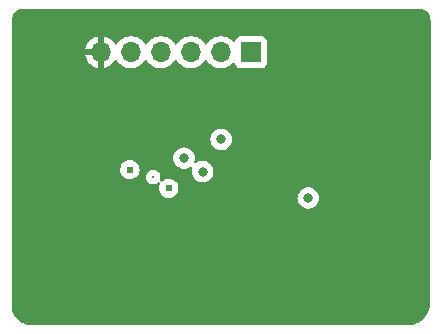
<source format=gbr>
%TF.GenerationSoftware,KiCad,Pcbnew,(6.0.7)*%
%TF.CreationDate,2023-01-24T00:42:55-08:00*%
%TF.ProjectId,Sensors,53656e73-6f72-4732-9e6b-696361645f70,rev?*%
%TF.SameCoordinates,Original*%
%TF.FileFunction,Copper,L3,Inr*%
%TF.FilePolarity,Positive*%
%FSLAX46Y46*%
G04 Gerber Fmt 4.6, Leading zero omitted, Abs format (unit mm)*
G04 Created by KiCad (PCBNEW (6.0.7)) date 2023-01-24 00:42:55*
%MOMM*%
%LPD*%
G01*
G04 APERTURE LIST*
%TA.AperFunction,ComponentPad*%
%ADD10R,1.700000X1.700000*%
%TD*%
%TA.AperFunction,ComponentPad*%
%ADD11O,1.700000X1.700000*%
%TD*%
%TA.AperFunction,ViaPad*%
%ADD12C,0.800000*%
%TD*%
%TA.AperFunction,ViaPad*%
%ADD13C,0.609600*%
%TD*%
%TA.AperFunction,ViaPad*%
%ADD14C,0.203200*%
%TD*%
G04 APERTURE END LIST*
D10*
%TO.N,Net-(U01-Pad13)*%
%TO.C,J1*%
X106778163Y-49513787D03*
D11*
%TO.N,Net-(U01-Pad14)*%
X104238163Y-49513787D03*
%TO.N,Net-(U01-Pad3)*%
X101698163Y-49513787D03*
%TO.N,Net-(U01-Pad2)*%
X99158163Y-49513787D03*
%TO.N,GND*%
X96618163Y-49513787D03*
%TO.N,3.3V*%
X94078163Y-49513787D03*
%TD*%
D12*
%TO.N,Net-(U01-Pad3)*%
X102697104Y-59624420D03*
%TO.N,Net-(U01-Pad2)*%
X101116641Y-58476961D03*
%TO.N,GND*%
X104255917Y-56896498D03*
%TO.N,3.3V*%
X106435814Y-61829107D03*
X113400556Y-57614340D03*
%TO.N,GND*%
X111631856Y-61857974D03*
D13*
%TO.N,3.3V*%
X96636712Y-60617584D03*
X97155398Y-58228121D03*
%TO.N,GND*%
X99826028Y-61033766D03*
X96535725Y-59454438D03*
D14*
%TO.N,Net-(U01-Pad2)*%
X98498057Y-60088459D03*
%TD*%
%TA.AperFunction,Conductor*%
%TO.N,3.3V*%
G36*
X121175525Y-45845844D02*
G01*
X121315373Y-45869293D01*
X121338150Y-45875347D01*
X121471199Y-45924436D01*
X121492442Y-45934623D01*
X121607764Y-46003874D01*
X121614015Y-46007628D01*
X121632998Y-46021599D01*
X121738845Y-46115968D01*
X121754893Y-46133229D01*
X121841314Y-46245659D01*
X121853867Y-46265608D01*
X121917835Y-46392163D01*
X121926450Y-46414090D01*
X121965736Y-46550364D01*
X121970115Y-46573512D01*
X121980655Y-46686094D01*
X121980155Y-46702355D01*
X121980735Y-46702362D01*
X121980622Y-46711340D01*
X121979238Y-46720209D01*
X121980399Y-46729109D01*
X121980399Y-46729110D01*
X121983330Y-46751582D01*
X121984388Y-46767997D01*
X121961940Y-70774387D01*
X121960649Y-70785662D01*
X121961322Y-70785720D01*
X121960554Y-70794665D01*
X121958527Y-70803407D01*
X121959483Y-70820280D01*
X121958517Y-70844516D01*
X121930452Y-71049239D01*
X121927325Y-71064742D01*
X121866885Y-71290272D01*
X121861841Y-71305261D01*
X121773619Y-71521457D01*
X121766736Y-71535697D01*
X121652129Y-71739131D01*
X121643517Y-71752396D01*
X121504323Y-71939876D01*
X121494117Y-71951957D01*
X121332539Y-72120518D01*
X121320899Y-72131226D01*
X121139474Y-72278221D01*
X121126590Y-72287384D01*
X120928169Y-72410500D01*
X120914247Y-72417971D01*
X120873754Y-72436529D01*
X120701969Y-72515258D01*
X120687207Y-72520931D01*
X120522208Y-72572720D01*
X120484554Y-72578503D01*
X107926426Y-72586182D01*
X88185368Y-72598254D01*
X88163751Y-72596399D01*
X88145795Y-72593283D01*
X88130665Y-72594995D01*
X88105216Y-72595287D01*
X87910707Y-72577792D01*
X87892742Y-72574856D01*
X87678244Y-72523637D01*
X87660881Y-72518137D01*
X87456017Y-72436529D01*
X87439627Y-72428583D01*
X87248681Y-72318296D01*
X87233608Y-72308070D01*
X87060555Y-72171401D01*
X87047113Y-72159108D01*
X87020738Y-72131226D01*
X86895568Y-71998908D01*
X86884040Y-71984805D01*
X86757183Y-71804439D01*
X86747808Y-71788821D01*
X86648280Y-71592041D01*
X86641256Y-71575236D01*
X86571142Y-71366166D01*
X86566614Y-71348523D01*
X86533109Y-71163226D01*
X86531988Y-71146135D01*
X86531972Y-71146137D01*
X86531127Y-71137204D01*
X86531557Y-71128233D01*
X86529452Y-71119501D01*
X86529225Y-71117105D01*
X86528665Y-71105140D01*
X86528702Y-71057082D01*
X86535675Y-61857974D01*
X110718352Y-61857974D01*
X110738314Y-62047902D01*
X110797329Y-62229530D01*
X110892816Y-62394918D01*
X111020603Y-62536840D01*
X111175104Y-62649092D01*
X111181132Y-62651776D01*
X111181134Y-62651777D01*
X111343537Y-62724083D01*
X111349568Y-62726768D01*
X111442969Y-62746621D01*
X111529912Y-62765102D01*
X111529917Y-62765102D01*
X111536369Y-62766474D01*
X111727343Y-62766474D01*
X111733795Y-62765102D01*
X111733800Y-62765102D01*
X111820743Y-62746621D01*
X111914144Y-62726768D01*
X111920175Y-62724083D01*
X112082578Y-62651777D01*
X112082580Y-62651776D01*
X112088608Y-62649092D01*
X112243109Y-62536840D01*
X112370896Y-62394918D01*
X112466383Y-62229530D01*
X112525398Y-62047902D01*
X112545360Y-61857974D01*
X112535773Y-61766756D01*
X112526088Y-61674609D01*
X112526088Y-61674607D01*
X112525398Y-61668046D01*
X112466383Y-61486418D01*
X112370896Y-61321030D01*
X112243109Y-61179108D01*
X112088608Y-61066856D01*
X112082580Y-61064172D01*
X112082578Y-61064171D01*
X111920175Y-60991865D01*
X111920174Y-60991865D01*
X111914144Y-60989180D01*
X111820743Y-60969327D01*
X111733800Y-60950846D01*
X111733795Y-60950846D01*
X111727343Y-60949474D01*
X111536369Y-60949474D01*
X111529917Y-60950846D01*
X111529912Y-60950846D01*
X111442969Y-60969327D01*
X111349568Y-60989180D01*
X111343538Y-60991865D01*
X111343537Y-60991865D01*
X111181134Y-61064171D01*
X111181132Y-61064172D01*
X111175104Y-61066856D01*
X111020603Y-61179108D01*
X110892816Y-61321030D01*
X110797329Y-61486418D01*
X110738314Y-61668046D01*
X110737624Y-61674607D01*
X110737624Y-61674609D01*
X110727939Y-61766756D01*
X110718352Y-61857974D01*
X86535675Y-61857974D01*
X86537505Y-59443011D01*
X95717359Y-59443011D01*
X95718046Y-59450018D01*
X95718046Y-59450021D01*
X95724388Y-59514698D01*
X95735164Y-59624602D01*
X95792758Y-59797737D01*
X95796407Y-59803762D01*
X95876263Y-59935619D01*
X95887279Y-59953809D01*
X96014028Y-60085061D01*
X96019920Y-60088916D01*
X96019924Y-60088920D01*
X96138131Y-60166272D01*
X96166706Y-60184971D01*
X96173310Y-60187427D01*
X96173312Y-60187428D01*
X96248365Y-60215340D01*
X96337725Y-60248573D01*
X96518585Y-60272705D01*
X96525596Y-60272067D01*
X96525600Y-60272067D01*
X96665305Y-60259352D01*
X96700296Y-60256167D01*
X96706998Y-60253989D01*
X96707000Y-60253989D01*
X96867130Y-60201960D01*
X96867133Y-60201959D01*
X96873829Y-60199783D01*
X96898677Y-60184971D01*
X97024502Y-60109965D01*
X97024505Y-60109963D01*
X97030557Y-60106355D01*
X97056108Y-60082023D01*
X97883510Y-60082023D01*
X97899714Y-60228799D01*
X97950461Y-60367473D01*
X97954697Y-60373776D01*
X97954697Y-60373777D01*
X98016642Y-60465960D01*
X98032822Y-60490039D01*
X98038441Y-60495152D01*
X98038442Y-60495153D01*
X98071672Y-60525390D01*
X98142042Y-60589421D01*
X98271815Y-60659882D01*
X98414649Y-60697354D01*
X98491436Y-60698560D01*
X98554700Y-60699554D01*
X98554703Y-60699554D01*
X98562298Y-60699673D01*
X98618574Y-60686784D01*
X98698836Y-60668402D01*
X98698840Y-60668401D01*
X98706239Y-60666706D01*
X98727011Y-60656259D01*
X98831378Y-60603769D01*
X98831381Y-60603767D01*
X98838161Y-60600357D01*
X98843932Y-60595428D01*
X98843935Y-60595426D01*
X98862364Y-60579685D01*
X98880650Y-60564067D01*
X98945439Y-60535036D01*
X99015639Y-60545640D01*
X99068962Y-60592514D01*
X99088478Y-60660776D01*
X99080882Y-60702972D01*
X99032939Y-60834695D01*
X99030530Y-60841315D01*
X99007662Y-61022339D01*
X99008349Y-61029346D01*
X99008349Y-61029349D01*
X99012027Y-61066856D01*
X99025467Y-61203930D01*
X99083061Y-61377065D01*
X99177582Y-61533137D01*
X99304331Y-61664389D01*
X99310223Y-61668244D01*
X99310227Y-61668248D01*
X99451113Y-61760441D01*
X99457009Y-61764299D01*
X99463613Y-61766755D01*
X99463615Y-61766756D01*
X99542518Y-61796100D01*
X99628028Y-61827901D01*
X99808888Y-61852033D01*
X99815899Y-61851395D01*
X99815903Y-61851395D01*
X99955608Y-61838680D01*
X99990599Y-61835495D01*
X99997301Y-61833317D01*
X99997303Y-61833317D01*
X100157433Y-61781288D01*
X100157436Y-61781287D01*
X100164132Y-61779111D01*
X100188980Y-61764299D01*
X100314805Y-61689293D01*
X100314808Y-61689291D01*
X100320860Y-61685683D01*
X100392167Y-61617778D01*
X100447890Y-61564714D01*
X100447892Y-61564711D01*
X100452994Y-61559853D01*
X100553967Y-61407876D01*
X100588821Y-61316122D01*
X100616261Y-61243888D01*
X100616262Y-61243883D01*
X100618761Y-61237305D01*
X100642716Y-61066856D01*
X100643604Y-61060541D01*
X100643604Y-61060536D01*
X100644155Y-61056618D01*
X100644474Y-61033766D01*
X100624135Y-60852441D01*
X100564129Y-60680127D01*
X100480093Y-60545640D01*
X100471172Y-60531364D01*
X100467439Y-60525390D01*
X100361017Y-60418223D01*
X100343832Y-60400917D01*
X100343828Y-60400914D01*
X100338869Y-60395920D01*
X100327685Y-60388822D01*
X100266887Y-60350239D01*
X100184811Y-60298152D01*
X100066905Y-60256167D01*
X100019555Y-60239306D01*
X100019553Y-60239305D01*
X100012921Y-60236944D01*
X100005935Y-60236111D01*
X100005931Y-60236110D01*
X99876354Y-60220660D01*
X99831742Y-60215340D01*
X99824739Y-60216076D01*
X99824738Y-60216076D01*
X99778503Y-60220936D01*
X99650279Y-60234412D01*
X99643611Y-60236682D01*
X99484218Y-60290944D01*
X99484215Y-60290945D01*
X99477551Y-60293214D01*
X99322142Y-60388822D01*
X99317112Y-60393748D01*
X99317104Y-60393754D01*
X99277448Y-60432589D01*
X99214783Y-60465960D01*
X99144024Y-60460154D01*
X99087637Y-60417015D01*
X99063524Y-60350239D01*
X99072383Y-60295569D01*
X99081949Y-60271773D01*
X99091697Y-60247524D01*
X99100599Y-60184971D01*
X99111922Y-60105414D01*
X99111922Y-60105411D01*
X99112503Y-60101330D01*
X99112638Y-60088459D01*
X99094898Y-59941861D01*
X99042701Y-59803726D01*
X98959061Y-59682029D01*
X98939455Y-59664560D01*
X98901771Y-59630985D01*
X98848807Y-59583796D01*
X98841923Y-59580151D01*
X98725014Y-59518251D01*
X98725012Y-59518250D01*
X98718303Y-59514698D01*
X98671397Y-59502916D01*
X98582455Y-59480575D01*
X98582451Y-59480575D01*
X98575084Y-59478724D01*
X98567485Y-59478684D01*
X98567483Y-59478684D01*
X98505855Y-59478362D01*
X98427419Y-59477951D01*
X98420039Y-59479723D01*
X98420037Y-59479723D01*
X98291210Y-59510651D01*
X98291206Y-59510652D01*
X98283831Y-59512423D01*
X98152611Y-59580151D01*
X98146889Y-59585143D01*
X98146887Y-59585144D01*
X98071389Y-59651005D01*
X98041334Y-59677224D01*
X97956425Y-59798038D01*
X97953666Y-59805113D01*
X97953665Y-59805116D01*
X97942241Y-59834419D01*
X97902784Y-59935619D01*
X97901792Y-59943152D01*
X97901792Y-59943153D01*
X97894085Y-60001699D01*
X97883510Y-60082023D01*
X97056108Y-60082023D01*
X97101864Y-60038450D01*
X97157587Y-59985386D01*
X97157589Y-59985383D01*
X97162691Y-59980525D01*
X97263664Y-59828548D01*
X97318785Y-59683442D01*
X97325958Y-59664560D01*
X97325959Y-59664555D01*
X97328458Y-59657977D01*
X97332209Y-59631287D01*
X97353301Y-59481213D01*
X97353301Y-59481208D01*
X97353852Y-59477290D01*
X97354171Y-59454438D01*
X97333832Y-59273113D01*
X97330728Y-59264198D01*
X97292989Y-59155827D01*
X97273826Y-59100799D01*
X97177136Y-58946062D01*
X97107258Y-58875695D01*
X97053529Y-58821589D01*
X97053525Y-58821586D01*
X97048566Y-58816592D01*
X97037382Y-58809494D01*
X96989176Y-58778902D01*
X96894508Y-58718824D01*
X96766290Y-58673167D01*
X96729252Y-58659978D01*
X96729250Y-58659977D01*
X96722618Y-58657616D01*
X96715632Y-58656783D01*
X96715628Y-58656782D01*
X96586051Y-58641332D01*
X96541439Y-58636012D01*
X96534436Y-58636748D01*
X96534435Y-58636748D01*
X96488200Y-58641608D01*
X96359976Y-58655084D01*
X96353308Y-58657354D01*
X96193915Y-58711616D01*
X96193912Y-58711617D01*
X96187248Y-58713886D01*
X96031839Y-58809494D01*
X95901475Y-58937156D01*
X95802633Y-59090528D01*
X95800224Y-59097148D01*
X95800222Y-59097151D01*
X95742635Y-59255370D01*
X95740227Y-59261987D01*
X95717359Y-59443011D01*
X86537505Y-59443011D01*
X86538237Y-58476961D01*
X100203137Y-58476961D01*
X100203827Y-58483526D01*
X100222373Y-58659978D01*
X100223099Y-58666889D01*
X100282114Y-58848517D01*
X100377601Y-59013905D01*
X100382019Y-59018812D01*
X100382020Y-59018813D01*
X100500966Y-59150916D01*
X100505388Y-59155827D01*
X100568703Y-59201828D01*
X100642397Y-59255370D01*
X100659889Y-59268079D01*
X100665917Y-59270763D01*
X100665919Y-59270764D01*
X100817840Y-59338403D01*
X100834353Y-59345755D01*
X100927753Y-59365608D01*
X101014697Y-59384089D01*
X101014702Y-59384089D01*
X101021154Y-59385461D01*
X101212128Y-59385461D01*
X101218580Y-59384089D01*
X101218585Y-59384089D01*
X101305529Y-59365608D01*
X101398929Y-59345755D01*
X101415442Y-59338403D01*
X101567363Y-59270764D01*
X101567365Y-59270763D01*
X101573393Y-59268079D01*
X101631743Y-59225685D01*
X101698608Y-59201828D01*
X101767759Y-59217908D01*
X101817240Y-59268821D01*
X101831340Y-59338403D01*
X101825635Y-59366558D01*
X101803562Y-59434492D01*
X101802872Y-59441053D01*
X101802872Y-59441055D01*
X101795132Y-59514698D01*
X101783600Y-59624420D01*
X101784290Y-59630985D01*
X101802592Y-59805116D01*
X101803562Y-59814348D01*
X101862577Y-59995976D01*
X101958064Y-60161364D01*
X101962482Y-60166271D01*
X101962483Y-60166272D01*
X102081228Y-60298152D01*
X102085851Y-60303286D01*
X102240352Y-60415538D01*
X102246380Y-60418222D01*
X102246382Y-60418223D01*
X102408785Y-60490529D01*
X102414816Y-60493214D01*
X102508217Y-60513067D01*
X102595160Y-60531548D01*
X102595165Y-60531548D01*
X102601617Y-60532920D01*
X102792591Y-60532920D01*
X102799043Y-60531548D01*
X102799048Y-60531548D01*
X102885991Y-60513067D01*
X102979392Y-60493214D01*
X102985423Y-60490529D01*
X103147826Y-60418223D01*
X103147828Y-60418222D01*
X103153856Y-60415538D01*
X103308357Y-60303286D01*
X103312980Y-60298152D01*
X103431725Y-60166272D01*
X103431726Y-60166271D01*
X103436144Y-60161364D01*
X103531631Y-59995976D01*
X103590646Y-59814348D01*
X103591617Y-59805116D01*
X103609918Y-59630985D01*
X103610608Y-59624420D01*
X103599076Y-59514698D01*
X103591336Y-59441055D01*
X103591336Y-59441053D01*
X103590646Y-59434492D01*
X103531631Y-59252864D01*
X103436144Y-59087476D01*
X103369901Y-59013905D01*
X103312779Y-58950465D01*
X103312778Y-58950464D01*
X103308357Y-58945554D01*
X103153856Y-58833302D01*
X103147828Y-58830618D01*
X103147826Y-58830617D01*
X102985423Y-58758311D01*
X102985422Y-58758311D01*
X102979392Y-58755626D01*
X102881522Y-58734823D01*
X102799048Y-58717292D01*
X102799043Y-58717292D01*
X102792591Y-58715920D01*
X102601617Y-58715920D01*
X102595165Y-58717292D01*
X102595160Y-58717292D01*
X102512686Y-58734823D01*
X102414816Y-58755626D01*
X102408786Y-58758311D01*
X102408785Y-58758311D01*
X102246382Y-58830617D01*
X102246380Y-58830618D01*
X102240352Y-58833302D01*
X102182002Y-58875696D01*
X102115137Y-58899553D01*
X102045986Y-58883473D01*
X101996505Y-58832560D01*
X101982405Y-58762978D01*
X101988110Y-58734823D01*
X102008143Y-58673167D01*
X102010183Y-58666889D01*
X102010910Y-58659978D01*
X102029455Y-58483526D01*
X102030145Y-58476961D01*
X102010183Y-58287033D01*
X101951168Y-58105405D01*
X101855681Y-57940017D01*
X101734110Y-57804998D01*
X101732316Y-57803006D01*
X101732315Y-57803005D01*
X101727894Y-57798095D01*
X101573393Y-57685843D01*
X101567365Y-57683159D01*
X101567363Y-57683158D01*
X101404960Y-57610852D01*
X101404959Y-57610852D01*
X101398929Y-57608167D01*
X101305528Y-57588314D01*
X101218585Y-57569833D01*
X101218580Y-57569833D01*
X101212128Y-57568461D01*
X101021154Y-57568461D01*
X101014702Y-57569833D01*
X101014697Y-57569833D01*
X100927754Y-57588314D01*
X100834353Y-57608167D01*
X100828323Y-57610852D01*
X100828322Y-57610852D01*
X100665919Y-57683158D01*
X100665917Y-57683159D01*
X100659889Y-57685843D01*
X100505388Y-57798095D01*
X100500967Y-57803005D01*
X100500966Y-57803006D01*
X100499173Y-57804998D01*
X100377601Y-57940017D01*
X100282114Y-58105405D01*
X100223099Y-58287033D01*
X100203137Y-58476961D01*
X86538237Y-58476961D01*
X86539435Y-56896498D01*
X103342413Y-56896498D01*
X103362375Y-57086426D01*
X103421390Y-57268054D01*
X103516877Y-57433442D01*
X103521295Y-57438349D01*
X103521296Y-57438350D01*
X103639684Y-57569833D01*
X103644664Y-57575364D01*
X103799165Y-57687616D01*
X103805193Y-57690300D01*
X103805195Y-57690301D01*
X103967598Y-57762607D01*
X103973629Y-57765292D01*
X104067030Y-57785145D01*
X104153973Y-57803626D01*
X104153978Y-57803626D01*
X104160430Y-57804998D01*
X104351404Y-57804998D01*
X104357856Y-57803626D01*
X104357861Y-57803626D01*
X104444804Y-57785145D01*
X104538205Y-57765292D01*
X104544236Y-57762607D01*
X104706639Y-57690301D01*
X104706641Y-57690300D01*
X104712669Y-57687616D01*
X104867170Y-57575364D01*
X104872150Y-57569833D01*
X104990538Y-57438350D01*
X104990539Y-57438349D01*
X104994957Y-57433442D01*
X105090444Y-57268054D01*
X105149459Y-57086426D01*
X105169421Y-56896498D01*
X105149459Y-56706570D01*
X105090444Y-56524942D01*
X104994957Y-56359554D01*
X104867170Y-56217632D01*
X104712669Y-56105380D01*
X104706641Y-56102696D01*
X104706639Y-56102695D01*
X104544236Y-56030389D01*
X104544235Y-56030389D01*
X104538205Y-56027704D01*
X104444804Y-56007851D01*
X104357861Y-55989370D01*
X104357856Y-55989370D01*
X104351404Y-55987998D01*
X104160430Y-55987998D01*
X104153978Y-55989370D01*
X104153973Y-55989370D01*
X104067030Y-56007851D01*
X103973629Y-56027704D01*
X103967599Y-56030389D01*
X103967598Y-56030389D01*
X103805195Y-56102695D01*
X103805193Y-56102696D01*
X103799165Y-56105380D01*
X103644664Y-56217632D01*
X103516877Y-56359554D01*
X103421390Y-56524942D01*
X103362375Y-56706570D01*
X103342413Y-56896498D01*
X86539435Y-56896498D01*
X86544019Y-50847812D01*
X86544827Y-49781753D01*
X92746420Y-49781753D01*
X92776728Y-49916233D01*
X92779808Y-49926062D01*
X92859933Y-50123390D01*
X92864576Y-50132581D01*
X92975857Y-50314175D01*
X92981940Y-50322486D01*
X93121376Y-50483454D01*
X93128743Y-50490670D01*
X93292597Y-50626703D01*
X93301044Y-50632618D01*
X93484919Y-50740066D01*
X93494205Y-50744516D01*
X93693164Y-50820490D01*
X93703062Y-50823366D01*
X93806413Y-50844393D01*
X93820462Y-50843197D01*
X93824163Y-50832852D01*
X93824163Y-50832304D01*
X94332163Y-50832304D01*
X94336227Y-50846146D01*
X94349641Y-50848180D01*
X94356347Y-50847321D01*
X94366425Y-50845179D01*
X94570418Y-50783978D01*
X94580005Y-50780220D01*
X94771258Y-50686526D01*
X94780108Y-50681251D01*
X94953491Y-50557579D01*
X94961363Y-50550926D01*
X95112215Y-50400599D01*
X95118893Y-50392752D01*
X95246185Y-50215606D01*
X95247442Y-50216509D01*
X95294536Y-50173149D01*
X95364474Y-50160932D01*
X95429914Y-50188465D01*
X95457742Y-50220298D01*
X95518150Y-50318875D01*
X95664413Y-50487725D01*
X95836289Y-50630419D01*
X96029163Y-50743125D01*
X96237855Y-50822817D01*
X96242923Y-50823848D01*
X96242926Y-50823849D01*
X96338025Y-50843197D01*
X96456760Y-50867354D01*
X96461935Y-50867544D01*
X96461937Y-50867544D01*
X96674836Y-50875351D01*
X96674840Y-50875351D01*
X96680000Y-50875540D01*
X96685120Y-50874884D01*
X96685122Y-50874884D01*
X96896451Y-50847812D01*
X96896452Y-50847812D01*
X96901579Y-50847155D01*
X96906529Y-50845670D01*
X97110592Y-50784448D01*
X97110597Y-50784446D01*
X97115547Y-50782961D01*
X97316157Y-50684683D01*
X97498023Y-50554960D01*
X97656259Y-50397276D01*
X97786616Y-50215864D01*
X97787939Y-50216815D01*
X97834808Y-50173644D01*
X97904743Y-50161412D01*
X97970189Y-50188931D01*
X97998038Y-50220781D01*
X98058150Y-50318875D01*
X98204413Y-50487725D01*
X98376289Y-50630419D01*
X98569163Y-50743125D01*
X98777855Y-50822817D01*
X98782923Y-50823848D01*
X98782926Y-50823849D01*
X98878025Y-50843197D01*
X98996760Y-50867354D01*
X99001935Y-50867544D01*
X99001937Y-50867544D01*
X99214836Y-50875351D01*
X99214840Y-50875351D01*
X99220000Y-50875540D01*
X99225120Y-50874884D01*
X99225122Y-50874884D01*
X99436451Y-50847812D01*
X99436452Y-50847812D01*
X99441579Y-50847155D01*
X99446529Y-50845670D01*
X99650592Y-50784448D01*
X99650597Y-50784446D01*
X99655547Y-50782961D01*
X99856157Y-50684683D01*
X100038023Y-50554960D01*
X100196259Y-50397276D01*
X100326616Y-50215864D01*
X100327939Y-50216815D01*
X100374808Y-50173644D01*
X100444743Y-50161412D01*
X100510189Y-50188931D01*
X100538038Y-50220781D01*
X100598150Y-50318875D01*
X100744413Y-50487725D01*
X100916289Y-50630419D01*
X101109163Y-50743125D01*
X101317855Y-50822817D01*
X101322923Y-50823848D01*
X101322926Y-50823849D01*
X101418025Y-50843197D01*
X101536760Y-50867354D01*
X101541935Y-50867544D01*
X101541937Y-50867544D01*
X101754836Y-50875351D01*
X101754840Y-50875351D01*
X101760000Y-50875540D01*
X101765120Y-50874884D01*
X101765122Y-50874884D01*
X101976451Y-50847812D01*
X101976452Y-50847812D01*
X101981579Y-50847155D01*
X101986529Y-50845670D01*
X102190592Y-50784448D01*
X102190597Y-50784446D01*
X102195547Y-50782961D01*
X102396157Y-50684683D01*
X102578023Y-50554960D01*
X102736259Y-50397276D01*
X102866616Y-50215864D01*
X102867939Y-50216815D01*
X102914808Y-50173644D01*
X102984743Y-50161412D01*
X103050189Y-50188931D01*
X103078038Y-50220781D01*
X103138150Y-50318875D01*
X103284413Y-50487725D01*
X103456289Y-50630419D01*
X103649163Y-50743125D01*
X103857855Y-50822817D01*
X103862923Y-50823848D01*
X103862926Y-50823849D01*
X103958025Y-50843197D01*
X104076760Y-50867354D01*
X104081935Y-50867544D01*
X104081937Y-50867544D01*
X104294836Y-50875351D01*
X104294840Y-50875351D01*
X104300000Y-50875540D01*
X104305120Y-50874884D01*
X104305122Y-50874884D01*
X104516451Y-50847812D01*
X104516452Y-50847812D01*
X104521579Y-50847155D01*
X104526529Y-50845670D01*
X104730592Y-50784448D01*
X104730597Y-50784446D01*
X104735547Y-50782961D01*
X104936157Y-50684683D01*
X105118023Y-50554960D01*
X105226254Y-50447106D01*
X105288625Y-50413191D01*
X105359431Y-50418379D01*
X105416193Y-50461025D01*
X105433175Y-50492128D01*
X105477548Y-50610492D01*
X105564902Y-50727048D01*
X105681458Y-50814402D01*
X105817847Y-50865532D01*
X105880029Y-50872287D01*
X107676297Y-50872287D01*
X107738479Y-50865532D01*
X107874868Y-50814402D01*
X107991424Y-50727048D01*
X108078778Y-50610492D01*
X108129908Y-50474103D01*
X108136663Y-50411921D01*
X108136663Y-48615653D01*
X108129908Y-48553471D01*
X108078778Y-48417082D01*
X107991424Y-48300526D01*
X107874868Y-48213172D01*
X107738479Y-48162042D01*
X107676297Y-48155287D01*
X105880029Y-48155287D01*
X105817847Y-48162042D01*
X105681458Y-48213172D01*
X105564902Y-48300526D01*
X105477548Y-48417082D01*
X105474396Y-48425490D01*
X105433082Y-48535694D01*
X105390440Y-48592458D01*
X105323879Y-48617158D01*
X105254530Y-48601950D01*
X105221906Y-48576263D01*
X105171314Y-48520662D01*
X105171305Y-48520653D01*
X105167833Y-48516838D01*
X105163782Y-48513639D01*
X105163778Y-48513635D01*
X104996577Y-48381587D01*
X104996573Y-48381585D01*
X104992522Y-48378385D01*
X104956191Y-48358329D01*
X104940299Y-48349556D01*
X104796952Y-48270425D01*
X104792083Y-48268701D01*
X104792079Y-48268699D01*
X104591250Y-48197582D01*
X104591246Y-48197581D01*
X104586375Y-48195856D01*
X104581282Y-48194949D01*
X104581279Y-48194948D01*
X104371536Y-48157587D01*
X104371530Y-48157586D01*
X104366447Y-48156681D01*
X104292615Y-48155779D01*
X104148244Y-48154015D01*
X104148242Y-48154015D01*
X104143074Y-48153952D01*
X103922254Y-48187742D01*
X103709919Y-48257144D01*
X103511770Y-48360294D01*
X103507637Y-48363397D01*
X103507634Y-48363399D01*
X103337263Y-48491317D01*
X103333128Y-48494422D01*
X103307704Y-48521027D01*
X103239443Y-48592458D01*
X103178792Y-48655925D01*
X103071364Y-48813408D01*
X103016456Y-48858408D01*
X102945931Y-48866579D01*
X102882184Y-48835325D01*
X102861487Y-48810841D01*
X102780985Y-48686404D01*
X102780983Y-48686401D01*
X102778177Y-48682064D01*
X102627833Y-48516838D01*
X102623782Y-48513639D01*
X102623778Y-48513635D01*
X102456577Y-48381587D01*
X102456573Y-48381585D01*
X102452522Y-48378385D01*
X102416191Y-48358329D01*
X102400299Y-48349556D01*
X102256952Y-48270425D01*
X102252083Y-48268701D01*
X102252079Y-48268699D01*
X102051250Y-48197582D01*
X102051246Y-48197581D01*
X102046375Y-48195856D01*
X102041282Y-48194949D01*
X102041279Y-48194948D01*
X101831536Y-48157587D01*
X101831530Y-48157586D01*
X101826447Y-48156681D01*
X101752615Y-48155779D01*
X101608244Y-48154015D01*
X101608242Y-48154015D01*
X101603074Y-48153952D01*
X101382254Y-48187742D01*
X101169919Y-48257144D01*
X100971770Y-48360294D01*
X100967637Y-48363397D01*
X100967634Y-48363399D01*
X100797263Y-48491317D01*
X100793128Y-48494422D01*
X100767704Y-48521027D01*
X100699443Y-48592458D01*
X100638792Y-48655925D01*
X100531364Y-48813408D01*
X100476456Y-48858408D01*
X100405931Y-48866579D01*
X100342184Y-48835325D01*
X100321487Y-48810841D01*
X100240985Y-48686404D01*
X100240983Y-48686401D01*
X100238177Y-48682064D01*
X100087833Y-48516838D01*
X100083782Y-48513639D01*
X100083778Y-48513635D01*
X99916577Y-48381587D01*
X99916573Y-48381585D01*
X99912522Y-48378385D01*
X99876191Y-48358329D01*
X99860299Y-48349556D01*
X99716952Y-48270425D01*
X99712083Y-48268701D01*
X99712079Y-48268699D01*
X99511250Y-48197582D01*
X99511246Y-48197581D01*
X99506375Y-48195856D01*
X99501282Y-48194949D01*
X99501279Y-48194948D01*
X99291536Y-48157587D01*
X99291530Y-48157586D01*
X99286447Y-48156681D01*
X99212615Y-48155779D01*
X99068244Y-48154015D01*
X99068242Y-48154015D01*
X99063074Y-48153952D01*
X98842254Y-48187742D01*
X98629919Y-48257144D01*
X98431770Y-48360294D01*
X98427637Y-48363397D01*
X98427634Y-48363399D01*
X98257263Y-48491317D01*
X98253128Y-48494422D01*
X98227704Y-48521027D01*
X98159443Y-48592458D01*
X98098792Y-48655925D01*
X97991364Y-48813408D01*
X97936456Y-48858408D01*
X97865931Y-48866579D01*
X97802184Y-48835325D01*
X97781487Y-48810841D01*
X97700985Y-48686404D01*
X97700983Y-48686401D01*
X97698177Y-48682064D01*
X97547833Y-48516838D01*
X97543782Y-48513639D01*
X97543778Y-48513635D01*
X97376577Y-48381587D01*
X97376573Y-48381585D01*
X97372522Y-48378385D01*
X97336191Y-48358329D01*
X97320299Y-48349556D01*
X97176952Y-48270425D01*
X97172083Y-48268701D01*
X97172079Y-48268699D01*
X96971250Y-48197582D01*
X96971246Y-48197581D01*
X96966375Y-48195856D01*
X96961282Y-48194949D01*
X96961279Y-48194948D01*
X96751536Y-48157587D01*
X96751530Y-48157586D01*
X96746447Y-48156681D01*
X96672615Y-48155779D01*
X96528244Y-48154015D01*
X96528242Y-48154015D01*
X96523074Y-48153952D01*
X96302254Y-48187742D01*
X96089919Y-48257144D01*
X95891770Y-48360294D01*
X95887637Y-48363397D01*
X95887634Y-48363399D01*
X95717263Y-48491317D01*
X95713128Y-48494422D01*
X95687704Y-48521027D01*
X95619443Y-48592458D01*
X95558792Y-48655925D01*
X95555883Y-48660190D01*
X95555877Y-48660198D01*
X95543567Y-48678244D01*
X95451367Y-48813405D01*
X95451061Y-48813853D01*
X95396150Y-48858856D01*
X95325625Y-48867027D01*
X95261878Y-48835773D01*
X95241181Y-48811289D01*
X95160589Y-48686713D01*
X95154299Y-48678544D01*
X95010969Y-48521027D01*
X95003436Y-48514002D01*
X94836302Y-48382009D01*
X94827715Y-48376304D01*
X94641280Y-48273386D01*
X94631868Y-48269156D01*
X94431122Y-48198067D01*
X94421151Y-48195433D01*
X94350000Y-48182759D01*
X94336703Y-48184219D01*
X94332163Y-48198776D01*
X94332163Y-50832304D01*
X93824163Y-50832304D01*
X93824163Y-49785902D01*
X93819688Y-49770663D01*
X93818298Y-49769458D01*
X93810615Y-49767787D01*
X92761388Y-49767787D01*
X92747857Y-49771760D01*
X92746420Y-49781753D01*
X86544827Y-49781753D01*
X86545232Y-49247970D01*
X92742552Y-49247970D01*
X92744075Y-49256394D01*
X92756455Y-49259787D01*
X93806048Y-49259787D01*
X93821287Y-49255312D01*
X93822492Y-49253922D01*
X93824163Y-49246239D01*
X93824163Y-48196889D01*
X93820245Y-48183545D01*
X93805969Y-48181558D01*
X93767487Y-48187447D01*
X93757451Y-48189838D01*
X93555031Y-48255999D01*
X93545522Y-48259996D01*
X93356626Y-48358329D01*
X93347901Y-48363823D01*
X93177596Y-48491692D01*
X93169889Y-48498535D01*
X93022753Y-48652504D01*
X93016267Y-48660514D01*
X92896261Y-48836436D01*
X92891163Y-48845410D01*
X92801501Y-49038570D01*
X92797938Y-49048257D01*
X92742552Y-49247970D01*
X86545232Y-49247970D01*
X86547106Y-46775436D01*
X86548203Y-46758943D01*
X86551159Y-46736690D01*
X86551159Y-46736685D01*
X86552340Y-46727793D01*
X86550626Y-46716635D01*
X86549514Y-46688111D01*
X86558286Y-46570698D01*
X86562451Y-46546657D01*
X86599355Y-46412540D01*
X86608075Y-46389753D01*
X86615027Y-46375807D01*
X86670139Y-46265259D01*
X86683082Y-46244589D01*
X86767979Y-46134390D01*
X86784671Y-46116595D01*
X86889201Y-46024837D01*
X86909010Y-46010591D01*
X87029279Y-45940692D01*
X87051461Y-45930533D01*
X87182942Y-45885128D01*
X87206668Y-45879434D01*
X87316809Y-45864075D01*
X87332645Y-45863869D01*
X87332624Y-45863160D01*
X87341594Y-45862897D01*
X87350516Y-45863908D01*
X87368812Y-45860737D01*
X87390286Y-45858887D01*
X103760493Y-45854914D01*
X120926604Y-45850748D01*
X120931622Y-45850847D01*
X120983798Y-45852914D01*
X120983801Y-45852914D01*
X120992769Y-45853269D01*
X121001478Y-45851093D01*
X121001483Y-45851092D01*
X121004205Y-45850412D01*
X121032083Y-45846680D01*
X121152018Y-45844137D01*
X121175525Y-45845844D01*
G37*
%TD.AperFunction*%
%TD*%
M02*

</source>
